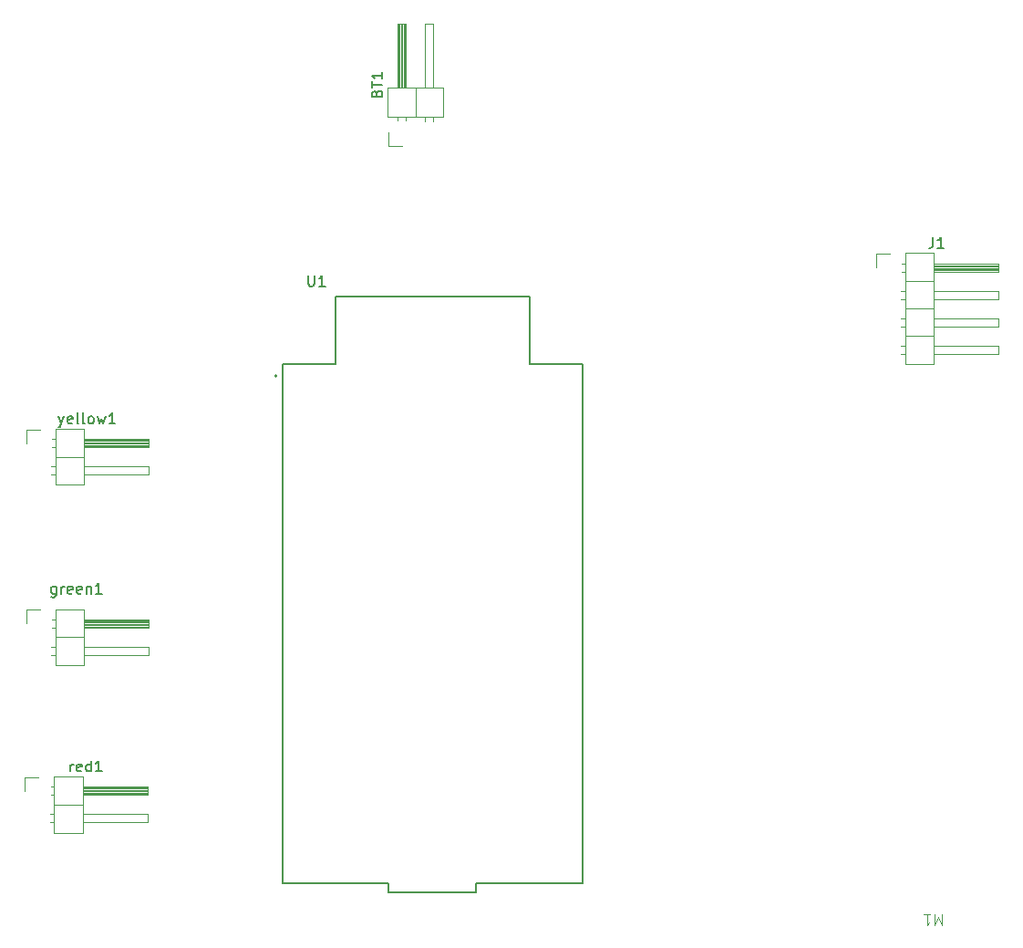
<source format=gbr>
%TF.GenerationSoftware,KiCad,Pcbnew,8.0.8*%
%TF.CreationDate,2025-03-11T11:38:08-07:00*%
%TF.ProjectId,final-PCB-display,66696e61-6c2d-4504-9342-2d646973706c,rev?*%
%TF.SameCoordinates,Original*%
%TF.FileFunction,Legend,Top*%
%TF.FilePolarity,Positive*%
%FSLAX46Y46*%
G04 Gerber Fmt 4.6, Leading zero omitted, Abs format (unit mm)*
G04 Created by KiCad (PCBNEW 8.0.8) date 2025-03-11 11:38:08*
%MOMM*%
%LPD*%
G01*
G04 APERTURE LIST*
%ADD10C,0.150000*%
%ADD11C,0.100000*%
%ADD12C,0.120000*%
%ADD13C,0.127000*%
%ADD14C,0.200000*%
G04 APERTURE END LIST*
D10*
X129606009Y-54935714D02*
X129653628Y-54792857D01*
X129653628Y-54792857D02*
X129701247Y-54745238D01*
X129701247Y-54745238D02*
X129796485Y-54697619D01*
X129796485Y-54697619D02*
X129939342Y-54697619D01*
X129939342Y-54697619D02*
X130034580Y-54745238D01*
X130034580Y-54745238D02*
X130082200Y-54792857D01*
X130082200Y-54792857D02*
X130129819Y-54888095D01*
X130129819Y-54888095D02*
X130129819Y-55269047D01*
X130129819Y-55269047D02*
X129129819Y-55269047D01*
X129129819Y-55269047D02*
X129129819Y-54935714D01*
X129129819Y-54935714D02*
X129177438Y-54840476D01*
X129177438Y-54840476D02*
X129225057Y-54792857D01*
X129225057Y-54792857D02*
X129320295Y-54745238D01*
X129320295Y-54745238D02*
X129415533Y-54745238D01*
X129415533Y-54745238D02*
X129510771Y-54792857D01*
X129510771Y-54792857D02*
X129558390Y-54840476D01*
X129558390Y-54840476D02*
X129606009Y-54935714D01*
X129606009Y-54935714D02*
X129606009Y-55269047D01*
X129129819Y-54411904D02*
X129129819Y-53840476D01*
X130129819Y-54126190D02*
X129129819Y-54126190D01*
X130129819Y-52983333D02*
X130129819Y-53554761D01*
X130129819Y-53269047D02*
X129129819Y-53269047D01*
X129129819Y-53269047D02*
X129272676Y-53364285D01*
X129272676Y-53364285D02*
X129367914Y-53459523D01*
X129367914Y-53459523D02*
X129415533Y-53554761D01*
X99839047Y-100683152D02*
X99839047Y-101492676D01*
X99839047Y-101492676D02*
X99791428Y-101587914D01*
X99791428Y-101587914D02*
X99743809Y-101635533D01*
X99743809Y-101635533D02*
X99648571Y-101683152D01*
X99648571Y-101683152D02*
X99505714Y-101683152D01*
X99505714Y-101683152D02*
X99410476Y-101635533D01*
X99839047Y-101302200D02*
X99743809Y-101349819D01*
X99743809Y-101349819D02*
X99553333Y-101349819D01*
X99553333Y-101349819D02*
X99458095Y-101302200D01*
X99458095Y-101302200D02*
X99410476Y-101254580D01*
X99410476Y-101254580D02*
X99362857Y-101159342D01*
X99362857Y-101159342D02*
X99362857Y-100873628D01*
X99362857Y-100873628D02*
X99410476Y-100778390D01*
X99410476Y-100778390D02*
X99458095Y-100730771D01*
X99458095Y-100730771D02*
X99553333Y-100683152D01*
X99553333Y-100683152D02*
X99743809Y-100683152D01*
X99743809Y-100683152D02*
X99839047Y-100730771D01*
X100315238Y-101349819D02*
X100315238Y-100683152D01*
X100315238Y-100873628D02*
X100362857Y-100778390D01*
X100362857Y-100778390D02*
X100410476Y-100730771D01*
X100410476Y-100730771D02*
X100505714Y-100683152D01*
X100505714Y-100683152D02*
X100600952Y-100683152D01*
X101315238Y-101302200D02*
X101220000Y-101349819D01*
X101220000Y-101349819D02*
X101029524Y-101349819D01*
X101029524Y-101349819D02*
X100934286Y-101302200D01*
X100934286Y-101302200D02*
X100886667Y-101206961D01*
X100886667Y-101206961D02*
X100886667Y-100826009D01*
X100886667Y-100826009D02*
X100934286Y-100730771D01*
X100934286Y-100730771D02*
X101029524Y-100683152D01*
X101029524Y-100683152D02*
X101220000Y-100683152D01*
X101220000Y-100683152D02*
X101315238Y-100730771D01*
X101315238Y-100730771D02*
X101362857Y-100826009D01*
X101362857Y-100826009D02*
X101362857Y-100921247D01*
X101362857Y-100921247D02*
X100886667Y-101016485D01*
X102172381Y-101302200D02*
X102077143Y-101349819D01*
X102077143Y-101349819D02*
X101886667Y-101349819D01*
X101886667Y-101349819D02*
X101791429Y-101302200D01*
X101791429Y-101302200D02*
X101743810Y-101206961D01*
X101743810Y-101206961D02*
X101743810Y-100826009D01*
X101743810Y-100826009D02*
X101791429Y-100730771D01*
X101791429Y-100730771D02*
X101886667Y-100683152D01*
X101886667Y-100683152D02*
X102077143Y-100683152D01*
X102077143Y-100683152D02*
X102172381Y-100730771D01*
X102172381Y-100730771D02*
X102220000Y-100826009D01*
X102220000Y-100826009D02*
X102220000Y-100921247D01*
X102220000Y-100921247D02*
X101743810Y-101016485D01*
X102648572Y-100683152D02*
X102648572Y-101349819D01*
X102648572Y-100778390D02*
X102696191Y-100730771D01*
X102696191Y-100730771D02*
X102791429Y-100683152D01*
X102791429Y-100683152D02*
X102934286Y-100683152D01*
X102934286Y-100683152D02*
X103029524Y-100730771D01*
X103029524Y-100730771D02*
X103077143Y-100826009D01*
X103077143Y-100826009D02*
X103077143Y-101349819D01*
X104077143Y-101349819D02*
X103505715Y-101349819D01*
X103791429Y-101349819D02*
X103791429Y-100349819D01*
X103791429Y-100349819D02*
X103696191Y-100492676D01*
X103696191Y-100492676D02*
X103600953Y-100587914D01*
X103600953Y-100587914D02*
X103505715Y-100635533D01*
X181271666Y-68264819D02*
X181271666Y-68979104D01*
X181271666Y-68979104D02*
X181224047Y-69121961D01*
X181224047Y-69121961D02*
X181128809Y-69217200D01*
X181128809Y-69217200D02*
X180985952Y-69264819D01*
X180985952Y-69264819D02*
X180890714Y-69264819D01*
X182271666Y-69264819D02*
X181700238Y-69264819D01*
X181985952Y-69264819D02*
X181985952Y-68264819D01*
X181985952Y-68264819D02*
X181890714Y-68407676D01*
X181890714Y-68407676D02*
X181795476Y-68502914D01*
X181795476Y-68502914D02*
X181700238Y-68550533D01*
D11*
X182079523Y-131092580D02*
X182079523Y-132092580D01*
X182079523Y-132092580D02*
X181746190Y-131378295D01*
X181746190Y-131378295D02*
X181412857Y-132092580D01*
X181412857Y-132092580D02*
X181412857Y-131092580D01*
X180412857Y-131092580D02*
X180984285Y-131092580D01*
X180698571Y-131092580D02*
X180698571Y-132092580D01*
X180698571Y-132092580D02*
X180793809Y-131949723D01*
X180793809Y-131949723D02*
X180889047Y-131854485D01*
X180889047Y-131854485D02*
X180984285Y-131806866D01*
D10*
X100087142Y-84903152D02*
X100325237Y-85569819D01*
X100563332Y-84903152D02*
X100325237Y-85569819D01*
X100325237Y-85569819D02*
X100229999Y-85807914D01*
X100229999Y-85807914D02*
X100182380Y-85855533D01*
X100182380Y-85855533D02*
X100087142Y-85903152D01*
X101325237Y-85522200D02*
X101229999Y-85569819D01*
X101229999Y-85569819D02*
X101039523Y-85569819D01*
X101039523Y-85569819D02*
X100944285Y-85522200D01*
X100944285Y-85522200D02*
X100896666Y-85426961D01*
X100896666Y-85426961D02*
X100896666Y-85046009D01*
X100896666Y-85046009D02*
X100944285Y-84950771D01*
X100944285Y-84950771D02*
X101039523Y-84903152D01*
X101039523Y-84903152D02*
X101229999Y-84903152D01*
X101229999Y-84903152D02*
X101325237Y-84950771D01*
X101325237Y-84950771D02*
X101372856Y-85046009D01*
X101372856Y-85046009D02*
X101372856Y-85141247D01*
X101372856Y-85141247D02*
X100896666Y-85236485D01*
X101944285Y-85569819D02*
X101849047Y-85522200D01*
X101849047Y-85522200D02*
X101801428Y-85426961D01*
X101801428Y-85426961D02*
X101801428Y-84569819D01*
X102468095Y-85569819D02*
X102372857Y-85522200D01*
X102372857Y-85522200D02*
X102325238Y-85426961D01*
X102325238Y-85426961D02*
X102325238Y-84569819D01*
X102991905Y-85569819D02*
X102896667Y-85522200D01*
X102896667Y-85522200D02*
X102849048Y-85474580D01*
X102849048Y-85474580D02*
X102801429Y-85379342D01*
X102801429Y-85379342D02*
X102801429Y-85093628D01*
X102801429Y-85093628D02*
X102849048Y-84998390D01*
X102849048Y-84998390D02*
X102896667Y-84950771D01*
X102896667Y-84950771D02*
X102991905Y-84903152D01*
X102991905Y-84903152D02*
X103134762Y-84903152D01*
X103134762Y-84903152D02*
X103230000Y-84950771D01*
X103230000Y-84950771D02*
X103277619Y-84998390D01*
X103277619Y-84998390D02*
X103325238Y-85093628D01*
X103325238Y-85093628D02*
X103325238Y-85379342D01*
X103325238Y-85379342D02*
X103277619Y-85474580D01*
X103277619Y-85474580D02*
X103230000Y-85522200D01*
X103230000Y-85522200D02*
X103134762Y-85569819D01*
X103134762Y-85569819D02*
X102991905Y-85569819D01*
X103658572Y-84903152D02*
X103849048Y-85569819D01*
X103849048Y-85569819D02*
X104039524Y-85093628D01*
X104039524Y-85093628D02*
X104230000Y-85569819D01*
X104230000Y-85569819D02*
X104420476Y-84903152D01*
X105325238Y-85569819D02*
X104753810Y-85569819D01*
X105039524Y-85569819D02*
X105039524Y-84569819D01*
X105039524Y-84569819D02*
X104944286Y-84712676D01*
X104944286Y-84712676D02*
X104849048Y-84807914D01*
X104849048Y-84807914D02*
X104753810Y-84855533D01*
X123243095Y-71814819D02*
X123243095Y-72624342D01*
X123243095Y-72624342D02*
X123290714Y-72719580D01*
X123290714Y-72719580D02*
X123338333Y-72767200D01*
X123338333Y-72767200D02*
X123433571Y-72814819D01*
X123433571Y-72814819D02*
X123624047Y-72814819D01*
X123624047Y-72814819D02*
X123719285Y-72767200D01*
X123719285Y-72767200D02*
X123766904Y-72719580D01*
X123766904Y-72719580D02*
X123814523Y-72624342D01*
X123814523Y-72624342D02*
X123814523Y-71814819D01*
X124814523Y-72814819D02*
X124243095Y-72814819D01*
X124528809Y-72814819D02*
X124528809Y-71814819D01*
X124528809Y-71814819D02*
X124433571Y-71957676D01*
X124433571Y-71957676D02*
X124338333Y-72052914D01*
X124338333Y-72052914D02*
X124243095Y-72100533D01*
X101176428Y-117844819D02*
X101176428Y-117178152D01*
X101176428Y-117368628D02*
X101224047Y-117273390D01*
X101224047Y-117273390D02*
X101271666Y-117225771D01*
X101271666Y-117225771D02*
X101366904Y-117178152D01*
X101366904Y-117178152D02*
X101462142Y-117178152D01*
X102176428Y-117797200D02*
X102081190Y-117844819D01*
X102081190Y-117844819D02*
X101890714Y-117844819D01*
X101890714Y-117844819D02*
X101795476Y-117797200D01*
X101795476Y-117797200D02*
X101747857Y-117701961D01*
X101747857Y-117701961D02*
X101747857Y-117321009D01*
X101747857Y-117321009D02*
X101795476Y-117225771D01*
X101795476Y-117225771D02*
X101890714Y-117178152D01*
X101890714Y-117178152D02*
X102081190Y-117178152D01*
X102081190Y-117178152D02*
X102176428Y-117225771D01*
X102176428Y-117225771D02*
X102224047Y-117321009D01*
X102224047Y-117321009D02*
X102224047Y-117416247D01*
X102224047Y-117416247D02*
X101747857Y-117511485D01*
X103081190Y-117844819D02*
X103081190Y-116844819D01*
X103081190Y-117797200D02*
X102985952Y-117844819D01*
X102985952Y-117844819D02*
X102795476Y-117844819D01*
X102795476Y-117844819D02*
X102700238Y-117797200D01*
X102700238Y-117797200D02*
X102652619Y-117749580D01*
X102652619Y-117749580D02*
X102605000Y-117654342D01*
X102605000Y-117654342D02*
X102605000Y-117368628D01*
X102605000Y-117368628D02*
X102652619Y-117273390D01*
X102652619Y-117273390D02*
X102700238Y-117225771D01*
X102700238Y-117225771D02*
X102795476Y-117178152D01*
X102795476Y-117178152D02*
X102985952Y-117178152D01*
X102985952Y-117178152D02*
X103081190Y-117225771D01*
X104081190Y-117844819D02*
X103509762Y-117844819D01*
X103795476Y-117844819D02*
X103795476Y-116844819D01*
X103795476Y-116844819D02*
X103700238Y-116987676D01*
X103700238Y-116987676D02*
X103605000Y-117082914D01*
X103605000Y-117082914D02*
X103509762Y-117130533D01*
D12*
%TO.C,BT1*%
X130615000Y-54435000D02*
X130615000Y-57095000D01*
X130615000Y-57095000D02*
X135815000Y-57095000D01*
X130675000Y-59805000D02*
X130675000Y-58535000D01*
X131565000Y-48435000D02*
X132325000Y-48435000D01*
X131565000Y-54435000D02*
X131565000Y-48435000D01*
X131565000Y-57425000D02*
X131565000Y-57095000D01*
X131625000Y-54435000D02*
X131625000Y-48435000D01*
X131745000Y-54435000D02*
X131745000Y-48435000D01*
X131865000Y-54435000D02*
X131865000Y-48435000D01*
X131945000Y-59805000D02*
X130675000Y-59805000D01*
X131985000Y-54435000D02*
X131985000Y-48435000D01*
X132105000Y-54435000D02*
X132105000Y-48435000D01*
X132225000Y-54435000D02*
X132225000Y-48435000D01*
X132325000Y-48435000D02*
X132325000Y-54435000D01*
X132325000Y-57425000D02*
X132325000Y-57095000D01*
X133215000Y-57095000D02*
X133215000Y-54435000D01*
X134105000Y-48435000D02*
X134865000Y-48435000D01*
X134105000Y-54435000D02*
X134105000Y-48435000D01*
X134105000Y-57492071D02*
X134105000Y-57095000D01*
X134865000Y-48435000D02*
X134865000Y-54435000D01*
X134865000Y-57492071D02*
X134865000Y-57095000D01*
X135815000Y-54435000D02*
X130615000Y-54435000D01*
X135815000Y-57095000D02*
X135815000Y-54435000D01*
%TO.C,green1*%
X97075000Y-102850000D02*
X98345000Y-102850000D01*
X97075000Y-104120000D02*
X97075000Y-102850000D01*
X99387929Y-106280000D02*
X99785000Y-106280000D01*
X99387929Y-107040000D02*
X99785000Y-107040000D01*
X99455000Y-103740000D02*
X99785000Y-103740000D01*
X99455000Y-104500000D02*
X99785000Y-104500000D01*
X99785000Y-102790000D02*
X99785000Y-107990000D01*
X99785000Y-105390000D02*
X102445000Y-105390000D01*
X99785000Y-107990000D02*
X102445000Y-107990000D01*
X102445000Y-102790000D02*
X99785000Y-102790000D01*
X102445000Y-103740000D02*
X108445000Y-103740000D01*
X102445000Y-103800000D02*
X108445000Y-103800000D01*
X102445000Y-103920000D02*
X108445000Y-103920000D01*
X102445000Y-104040000D02*
X108445000Y-104040000D01*
X102445000Y-104160000D02*
X108445000Y-104160000D01*
X102445000Y-104280000D02*
X108445000Y-104280000D01*
X102445000Y-104400000D02*
X108445000Y-104400000D01*
X102445000Y-106280000D02*
X108445000Y-106280000D01*
X102445000Y-107990000D02*
X102445000Y-102790000D01*
X108445000Y-103740000D02*
X108445000Y-104500000D01*
X108445000Y-104500000D02*
X102445000Y-104500000D01*
X108445000Y-106280000D02*
X108445000Y-107040000D01*
X108445000Y-107040000D02*
X102445000Y-107040000D01*
%TO.C,J1*%
X175950000Y-69810000D02*
X177220000Y-69810000D01*
X175950000Y-71080000D02*
X175950000Y-69810000D01*
X178262929Y-73240000D02*
X178660000Y-73240000D01*
X178262929Y-74000000D02*
X178660000Y-74000000D01*
X178262929Y-75780000D02*
X178660000Y-75780000D01*
X178262929Y-76540000D02*
X178660000Y-76540000D01*
X178262929Y-78320000D02*
X178660000Y-78320000D01*
X178262929Y-79080000D02*
X178660000Y-79080000D01*
X178330000Y-70700000D02*
X178660000Y-70700000D01*
X178330000Y-71460000D02*
X178660000Y-71460000D01*
X178660000Y-69750000D02*
X178660000Y-80030000D01*
X178660000Y-72350000D02*
X181320000Y-72350000D01*
X178660000Y-74890000D02*
X181320000Y-74890000D01*
X178660000Y-77430000D02*
X181320000Y-77430000D01*
X178660000Y-80030000D02*
X181320000Y-80030000D01*
X181320000Y-69750000D02*
X178660000Y-69750000D01*
X181320000Y-70700000D02*
X187320000Y-70700000D01*
X181320000Y-70760000D02*
X187320000Y-70760000D01*
X181320000Y-70880000D02*
X187320000Y-70880000D01*
X181320000Y-71000000D02*
X187320000Y-71000000D01*
X181320000Y-71120000D02*
X187320000Y-71120000D01*
X181320000Y-71240000D02*
X187320000Y-71240000D01*
X181320000Y-71360000D02*
X187320000Y-71360000D01*
X181320000Y-73240000D02*
X187320000Y-73240000D01*
X181320000Y-75780000D02*
X187320000Y-75780000D01*
X181320000Y-78320000D02*
X187320000Y-78320000D01*
X181320000Y-80030000D02*
X181320000Y-69750000D01*
X187320000Y-70700000D02*
X187320000Y-71460000D01*
X187320000Y-71460000D02*
X181320000Y-71460000D01*
X187320000Y-73240000D02*
X187320000Y-74000000D01*
X187320000Y-74000000D02*
X181320000Y-74000000D01*
X187320000Y-75780000D02*
X187320000Y-76540000D01*
X187320000Y-76540000D02*
X181320000Y-76540000D01*
X187320000Y-78320000D02*
X187320000Y-79080000D01*
X187320000Y-79080000D02*
X181320000Y-79080000D01*
%TO.C,yellow1*%
X97075000Y-86115000D02*
X98345000Y-86115000D01*
X97075000Y-87385000D02*
X97075000Y-86115000D01*
X99387929Y-89545000D02*
X99785000Y-89545000D01*
X99387929Y-90305000D02*
X99785000Y-90305000D01*
X99455000Y-87005000D02*
X99785000Y-87005000D01*
X99455000Y-87765000D02*
X99785000Y-87765000D01*
X99785000Y-86055000D02*
X99785000Y-91255000D01*
X99785000Y-88655000D02*
X102445000Y-88655000D01*
X99785000Y-91255000D02*
X102445000Y-91255000D01*
X102445000Y-86055000D02*
X99785000Y-86055000D01*
X102445000Y-87005000D02*
X108445000Y-87005000D01*
X102445000Y-87065000D02*
X108445000Y-87065000D01*
X102445000Y-87185000D02*
X108445000Y-87185000D01*
X102445000Y-87305000D02*
X108445000Y-87305000D01*
X102445000Y-87425000D02*
X108445000Y-87425000D01*
X102445000Y-87545000D02*
X108445000Y-87545000D01*
X102445000Y-87665000D02*
X108445000Y-87665000D01*
X102445000Y-89545000D02*
X108445000Y-89545000D01*
X102445000Y-91255000D02*
X102445000Y-86055000D01*
X108445000Y-87005000D02*
X108445000Y-87765000D01*
X108445000Y-87765000D02*
X102445000Y-87765000D01*
X108445000Y-89545000D02*
X108445000Y-90305000D01*
X108445000Y-90305000D02*
X102445000Y-90305000D01*
D13*
%TO.C,U1*%
X120850000Y-80010000D02*
X120850000Y-128210000D01*
X120850000Y-128210000D02*
X130730000Y-128210000D01*
X125800000Y-73810000D02*
X143800000Y-73810000D01*
X125800000Y-80010000D02*
X120850000Y-80010000D01*
X125800000Y-80010000D02*
X125800000Y-73810000D01*
X130730000Y-128210000D02*
X130730000Y-129110000D01*
X130730000Y-129110000D02*
X138860000Y-129110000D01*
X138860000Y-128210000D02*
X148750000Y-128210000D01*
X138860000Y-129110000D02*
X138860000Y-128210000D01*
X143800000Y-73810000D02*
X143800000Y-80010000D01*
X148750000Y-80010000D02*
X143800000Y-80010000D01*
X148750000Y-128210000D02*
X148750000Y-80010000D01*
D14*
X120330000Y-81140000D02*
G75*
G02*
X120130000Y-81140000I-100000J0D01*
G01*
X120130000Y-81140000D02*
G75*
G02*
X120330000Y-81140000I100000J0D01*
G01*
D12*
%TO.C,red1*%
X96950000Y-118390000D02*
X98220000Y-118390000D01*
X96950000Y-119660000D02*
X96950000Y-118390000D01*
X99262929Y-121820000D02*
X99660000Y-121820000D01*
X99262929Y-122580000D02*
X99660000Y-122580000D01*
X99330000Y-119280000D02*
X99660000Y-119280000D01*
X99330000Y-120040000D02*
X99660000Y-120040000D01*
X99660000Y-118330000D02*
X99660000Y-123530000D01*
X99660000Y-120930000D02*
X102320000Y-120930000D01*
X99660000Y-123530000D02*
X102320000Y-123530000D01*
X102320000Y-118330000D02*
X99660000Y-118330000D01*
X102320000Y-119280000D02*
X108320000Y-119280000D01*
X102320000Y-119340000D02*
X108320000Y-119340000D01*
X102320000Y-119460000D02*
X108320000Y-119460000D01*
X102320000Y-119580000D02*
X108320000Y-119580000D01*
X102320000Y-119700000D02*
X108320000Y-119700000D01*
X102320000Y-119820000D02*
X108320000Y-119820000D01*
X102320000Y-119940000D02*
X108320000Y-119940000D01*
X102320000Y-121820000D02*
X108320000Y-121820000D01*
X102320000Y-123530000D02*
X102320000Y-118330000D01*
X108320000Y-119280000D02*
X108320000Y-120040000D01*
X108320000Y-120040000D02*
X102320000Y-120040000D01*
X108320000Y-121820000D02*
X108320000Y-122580000D01*
X108320000Y-122580000D02*
X102320000Y-122580000D01*
%TD*%
M02*

</source>
